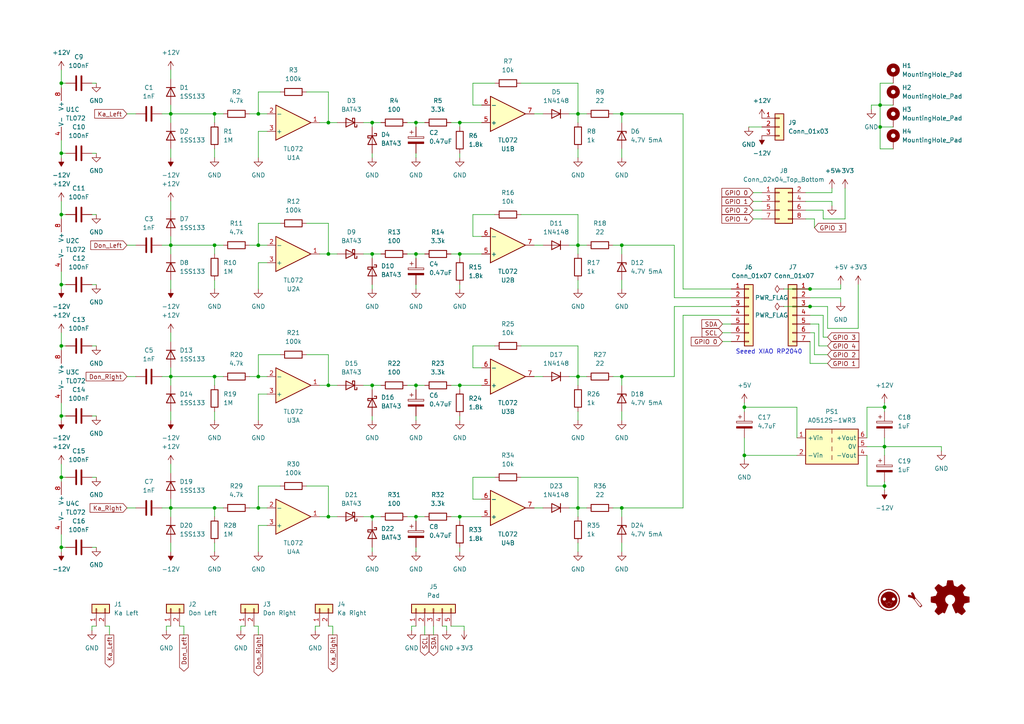
<source format=kicad_sch>
(kicad_sch (version 20230409) (generator eeschema)
  (paper "A4")
  (title_block (title "DonCon2040") (date "2023-06-19") (rev "2") (company "ravinrabbid"))
  (junction (at 120.65 35.56))
  (junction (at 133.35 35.56))
  (junction (at 234.95 83.82))
  (junction (at 17.78 100.33))
  (junction (at 255.27 36.83))
  (junction (at 17.78 138.43))
  (junction (at 62.23 71.12))
  (junction (at 256.54 140.97))
  (junction (at 180.34 147.32))
  (junction (at 95.25 35.56))
  (junction (at 49.53 109.22))
  (junction (at 17.78 62.23))
  (junction (at 120.65 111.76))
  (junction (at 17.78 44.45))
  (junction (at 74.93 109.22))
  (junction (at 234.95 88.9))
  (junction (at 167.64 147.32))
  (junction (at 95.25 73.66))
  (junction (at 107.95 149.86))
  (junction (at 74.93 71.12))
  (junction (at 180.34 109.22))
  (junction (at 49.53 147.32))
  (junction (at 107.95 35.56))
  (junction (at 133.35 111.76))
  (junction (at 74.93 33.02))
  (junction (at 62.23 147.32))
  (junction (at 215.9 132.08))
  (junction (at 107.95 111.76))
  (junction (at 180.34 71.12))
  (junction (at 167.64 71.12))
  (junction (at 62.23 33.02))
  (junction (at 133.35 149.86))
  (junction (at 120.65 149.86))
  (junction (at 167.64 33.02))
  (junction (at 62.23 109.22))
  (junction (at 74.93 147.32))
  (junction (at 256.54 129.54))
  (junction (at 133.35 73.66))
  (junction (at 17.78 24.13))
  (junction (at 49.53 33.02))
  (junction (at 215.9 118.11))
  (junction (at 95.25 111.76))
  (junction (at 17.78 158.75))
  (junction (at 17.78 120.65))
  (junction (at 120.65 73.66))
  (junction (at 255.27 30.48))
  (junction (at 167.64 109.22))
  (junction (at 107.95 73.66))
  (junction (at 95.25 149.86))
  (junction (at 180.34 33.02))
  (junction (at 17.78 82.55))
  (junction (at 256.54 118.11))
  (junction (at 49.53 71.12))
  (wire (pts (xy 107.95 35.56) (xy 110.49 35.56)))
  (wire (pts (xy 251.46 129.54) (xy 256.54 129.54)))
  (wire (pts (xy 92.71 73.66) (xy 95.25 73.66)))
  (wire (pts (xy 151.13 24.13) (xy 167.64 24.13)))
  (wire (pts (xy 69.85 181.61) (xy 71.12 181.61)))
  (wire (pts (xy 234.95 93.98) (xy 237.49 93.98)))
  (wire (pts (xy 227.33 88.9) (xy 234.95 88.9)))
  (wire (pts (xy 49.53 71.12) (xy 49.53 73.66)))
  (wire (pts (xy 240.03 95.25) (xy 248.92 95.25)))
  (wire (pts (xy 26.67 82.55) (xy 27.94 82.55)))
  (wire (pts (xy 17.78 100.33) (xy 17.78 101.6)))
  (wire (pts (xy 167.64 109.22) (xy 165.1 109.22)))
  (wire (pts (xy 81.28 26.67) (xy 74.93 26.67)))
  (wire (pts (xy 49.53 147.32) (xy 62.23 147.32)))
  (wire (pts (xy 167.64 33.02) (xy 165.1 33.02)))
  (wire (pts (xy 180.34 119.38) (xy 180.34 121.92)))
  (wire (pts (xy 46.99 33.02) (xy 49.53 33.02)))
  (wire (pts (xy 107.95 111.76) (xy 110.49 111.76)))
  (wire (pts (xy 95.25 102.87) (xy 88.9 102.87)))
  (wire (pts (xy 26.67 24.13) (xy 27.94 24.13)))
  (wire (pts (xy 120.65 35.56) (xy 123.19 35.56)))
  (wire (pts (xy 234.95 99.06) (xy 234.95 105.41)))
  (wire (pts (xy 167.64 33.02) (xy 170.18 33.02)))
  (wire (pts (xy 233.68 58.42) (xy 241.3 58.42)))
  (wire (pts (xy 72.39 147.32) (xy 74.93 147.32)))
  (wire (pts (xy 17.78 138.43) (xy 19.05 138.43)))
  (wire (pts (xy 17.78 96.52) (xy 17.78 100.33)))
  (wire (pts (xy 233.68 55.88) (xy 241.3 55.88)))
  (wire (pts (xy 198.12 83.82) (xy 212.09 83.82)))
  (wire (pts (xy 49.53 147.32) (xy 49.53 149.86)))
  (wire (pts (xy 95.25 140.97) (xy 88.9 140.97)))
  (wire (pts (xy 256.54 118.11) (xy 256.54 119.38)))
  (wire (pts (xy 74.93 76.2) (xy 74.93 83.82)))
  (wire (pts (xy 198.12 33.02) (xy 198.12 83.82)))
  (wire (pts (xy 49.53 109.22) (xy 49.53 111.76)))
  (wire (pts (xy 36.83 109.22) (xy 39.37 109.22)))
  (wire (pts (xy 120.65 82.55) (xy 120.65 83.82)))
  (wire (pts (xy 167.64 147.32) (xy 165.1 147.32)))
  (wire (pts (xy 74.93 114.3) (xy 77.47 114.3)))
  (wire (pts (xy 107.95 73.66) (xy 110.49 73.66)))
  (wire (pts (xy 167.64 100.33) (xy 167.64 109.22)))
  (wire (pts (xy 251.46 132.08) (xy 251.46 140.97)))
  (wire (pts (xy 251.46 118.11) (xy 256.54 118.11)))
  (wire (pts (xy 26.67 158.75) (xy 27.94 158.75)))
  (wire (pts (xy 256.54 129.54) (xy 273.05 129.54)))
  (wire (pts (xy 195.58 71.12) (xy 195.58 86.36)))
  (wire (pts (xy 215.9 116.84) (xy 215.9 118.11)))
  (wire (pts (xy 120.65 35.56) (xy 120.65 36.83)))
  (wire (pts (xy 49.53 119.38) (xy 49.53 121.92)))
  (wire (pts (xy 72.39 33.02) (xy 74.93 33.02)))
  (wire (pts (xy 17.78 154.94) (xy 17.78 158.75)))
  (wire (pts (xy 133.35 149.86) (xy 133.35 151.13)))
  (wire (pts (xy 215.9 118.11) (xy 231.14 118.11)))
  (wire (pts (xy 62.23 71.12) (xy 62.23 73.66)))
  (wire (pts (xy 107.95 158.75) (xy 107.95 160.02)))
  (wire (pts (xy 137.16 100.33) (xy 137.16 106.68)))
  (wire (pts (xy 123.19 181.61) (xy 123.19 184.15)))
  (wire (pts (xy 26.67 182.88) (xy 26.67 181.61)))
  (wire (pts (xy 227.33 83.82) (xy 234.95 83.82)))
  (wire (pts (xy 95.25 35.56) (xy 97.79 35.56)))
  (wire (pts (xy 195.58 109.22) (xy 195.58 88.9)))
  (wire (pts (xy 74.93 64.77) (xy 74.93 71.12)))
  (wire (pts (xy 241.3 54.61) (xy 241.3 55.88)))
  (wire (pts (xy 74.93 76.2) (xy 77.47 76.2)))
  (wire (pts (xy 273.05 129.54) (xy 273.05 130.81)))
  (wire (pts (xy 120.65 149.86) (xy 123.19 149.86)))
  (wire (pts (xy 180.34 81.28) (xy 180.34 83.82)))
  (wire (pts (xy 48.26 181.61) (xy 49.53 181.61)))
  (wire (pts (xy 167.64 71.12) (xy 167.64 73.66)))
  (wire (pts (xy 95.25 73.66) (xy 95.25 64.77)))
  (wire (pts (xy 180.34 147.32) (xy 198.12 147.32)))
  (wire (pts (xy 167.64 138.43) (xy 167.64 147.32)))
  (wire (pts (xy 48.26 182.88) (xy 48.26 181.61)))
  (wire (pts (xy 215.9 132.08) (xy 231.14 132.08)))
  (wire (pts (xy 133.35 73.66) (xy 139.7 73.66)))
  (wire (pts (xy 81.28 102.87) (xy 74.93 102.87)))
  (wire (pts (xy 137.16 30.48) (xy 139.7 30.48)))
  (wire (pts (xy 74.93 184.15) (xy 74.93 181.61)))
  (wire (pts (xy 53.34 181.61) (xy 52.07 181.61)))
  (wire (pts (xy 120.65 73.66) (xy 123.19 73.66)))
  (wire (pts (xy 234.95 96.52) (xy 236.22 96.52)))
  (wire (pts (xy 17.78 100.33) (xy 19.05 100.33)))
  (wire (pts (xy 49.53 134.62) (xy 49.53 137.16)))
  (wire (pts (xy 133.35 35.56) (xy 133.35 36.83)))
  (wire (pts (xy 154.94 147.32) (xy 157.48 147.32)))
  (wire (pts (xy 74.93 38.1) (xy 74.93 45.72)))
  (wire (pts (xy 195.58 86.36) (xy 212.09 86.36)))
  (wire (pts (xy 17.78 116.84) (xy 17.78 120.65)))
  (wire (pts (xy 133.35 149.86) (xy 139.7 149.86)))
  (wire (pts (xy 62.23 43.18) (xy 62.23 45.72)))
  (wire (pts (xy 215.9 127) (xy 215.9 132.08)))
  (wire (pts (xy 177.8 33.02) (xy 180.34 33.02)))
  (wire (pts (xy 137.16 106.68) (xy 139.7 106.68)))
  (wire (pts (xy 134.62 181.61) (xy 130.81 181.61)))
  (wire (pts (xy 91.44 181.61) (xy 92.71 181.61)))
  (wire (pts (xy 120.65 73.66) (xy 120.65 74.93)))
  (wire (pts (xy 17.78 20.32) (xy 17.78 24.13)))
  (wire (pts (xy 234.95 105.41) (xy 240.03 105.41)))
  (wire (pts (xy 255.27 36.83) (xy 255.27 43.18)))
  (wire (pts (xy 133.35 111.76) (xy 133.35 113.03)))
  (wire (pts (xy 49.53 33.02) (xy 49.53 35.56)))
  (wire (pts (xy 133.35 73.66) (xy 133.35 74.93)))
  (wire (pts (xy 36.83 71.12) (xy 39.37 71.12)))
  (wire (pts (xy 74.93 38.1) (xy 77.47 38.1)))
  (wire (pts (xy 130.81 35.56) (xy 133.35 35.56)))
  (wire (pts (xy 74.93 140.97) (xy 74.93 147.32)))
  (wire (pts (xy 143.51 138.43) (xy 137.16 138.43)))
  (wire (pts (xy 69.85 182.88) (xy 69.85 181.61)))
  (wire (pts (xy 252.73 30.48) (xy 252.73 31.75)))
  (wire (pts (xy 105.41 149.86) (xy 107.95 149.86)))
  (wire (pts (xy 167.64 119.38) (xy 167.64 121.92)))
  (wire (pts (xy 95.25 111.76) (xy 97.79 111.76)))
  (wire (pts (xy 120.65 44.45) (xy 120.65 45.72)))
  (wire (pts (xy 72.39 109.22) (xy 74.93 109.22)))
  (wire (pts (xy 17.78 40.64) (xy 17.78 44.45)))
  (wire (pts (xy 180.34 157.48) (xy 180.34 160.02)))
  (wire (pts (xy 151.13 138.43) (xy 167.64 138.43)))
  (wire (pts (xy 26.67 181.61) (xy 27.94 181.61)))
  (wire (pts (xy 245.11 63.5) (xy 245.11 54.61)))
  (wire (pts (xy 62.23 109.22) (xy 62.23 111.76)))
  (wire (pts (xy 17.78 44.45) (xy 19.05 44.45)))
  (wire (pts (xy 238.76 60.96) (xy 238.76 63.5)))
  (wire (pts (xy 17.78 138.43) (xy 17.78 139.7)))
  (wire (pts (xy 49.53 68.58) (xy 49.53 71.12)))
  (wire (pts (xy 95.25 26.67) (xy 88.9 26.67)))
  (wire (pts (xy 218.44 55.88) (xy 220.98 55.88)))
  (wire (pts (xy 26.67 138.43) (xy 27.94 138.43)))
  (wire (pts (xy 231.14 118.11) (xy 231.14 127)))
  (wire (pts (xy 137.16 62.23) (xy 137.16 68.58)))
  (wire (pts (xy 167.64 109.22) (xy 167.64 111.76)))
  (wire (pts (xy 107.95 73.66) (xy 107.95 74.93)))
  (wire (pts (xy 177.8 147.32) (xy 180.34 147.32)))
  (wire (pts (xy 240.03 88.9) (xy 240.03 95.25)))
  (wire (pts (xy 218.44 63.5) (xy 220.98 63.5)))
  (wire (pts (xy 180.34 147.32) (xy 180.34 149.86)))
  (wire (pts (xy 81.28 64.77) (xy 74.93 64.77)))
  (wire (pts (xy 26.67 100.33) (xy 27.94 100.33)))
  (wire (pts (xy 251.46 127) (xy 251.46 118.11)))
  (wire (pts (xy 36.83 147.32) (xy 39.37 147.32)))
  (wire (pts (xy 134.62 181.61) (xy 134.62 182.88)))
  (wire (pts (xy 233.68 60.96) (xy 238.76 60.96)))
  (wire (pts (xy 233.68 63.5) (xy 236.22 63.5)))
  (wire (pts (xy 74.93 33.02) (xy 77.47 33.02)))
  (wire (pts (xy 74.93 102.87) (xy 74.93 109.22)))
  (wire (pts (xy 107.95 149.86) (xy 107.95 151.13)))
  (wire (pts (xy 137.16 138.43) (xy 137.16 144.78)))
  (wire (pts (xy 133.35 35.56) (xy 139.7 35.56)))
  (wire (pts (xy 107.95 82.55) (xy 107.95 83.82)))
  (wire (pts (xy 95.25 149.86) (xy 95.25 140.97)))
  (wire (pts (xy 49.53 144.78) (xy 49.53 147.32)))
  (wire (pts (xy 36.83 33.02) (xy 39.37 33.02)))
  (wire (pts (xy 62.23 157.48) (xy 62.23 160.02)))
  (wire (pts (xy 81.28 140.97) (xy 74.93 140.97)))
  (wire (pts (xy 167.64 157.48) (xy 167.64 160.02)))
  (wire (pts (xy 62.23 33.02) (xy 49.53 33.02)))
  (wire (pts (xy 49.53 58.42) (xy 49.53 60.96)))
  (wire (pts (xy 128.27 181.61) (xy 129.54 181.61)))
  (wire (pts (xy 107.95 111.76) (xy 107.95 113.03)))
  (wire (pts (xy 238.76 97.79) (xy 240.03 97.79)))
  (wire (pts (xy 236.22 102.87) (xy 240.03 102.87)))
  (wire (pts (xy 180.34 43.18) (xy 180.34 45.72)))
  (wire (pts (xy 237.49 93.98) (xy 237.49 100.33)))
  (wire (pts (xy 238.76 63.5) (xy 245.11 63.5)))
  (wire (pts (xy 129.54 181.61) (xy 129.54 182.88)))
  (wire (pts (xy 167.64 24.13) (xy 167.64 33.02)))
  (wire (pts (xy 17.78 158.75) (xy 17.78 160.02)))
  (wire (pts (xy 255.27 43.18) (xy 259.08 43.18)))
  (wire (pts (xy 234.95 86.36) (xy 243.84 86.36)))
  (wire (pts (xy 49.53 81.28) (xy 49.53 83.82)))
  (wire (pts (xy 17.78 134.62) (xy 17.78 138.43)))
  (wire (pts (xy 46.99 147.32) (xy 49.53 147.32)))
  (wire (pts (xy 151.13 100.33) (xy 167.64 100.33)))
  (wire (pts (xy 64.77 109.22) (xy 62.23 109.22)))
  (wire (pts (xy 62.23 109.22) (xy 49.53 109.22)))
  (wire (pts (xy 133.35 82.55) (xy 133.35 83.82)))
  (wire (pts (xy 31.75 181.61) (xy 30.48 181.61)))
  (wire (pts (xy 74.93 114.3) (xy 74.93 121.92)))
  (wire (pts (xy 17.78 78.74) (xy 17.78 82.55)))
  (wire (pts (xy 96.52 184.15) (xy 96.52 181.61)))
  (wire (pts (xy 118.11 35.56) (xy 120.65 35.56)))
  (wire (pts (xy 130.81 149.86) (xy 133.35 149.86)))
  (wire (pts (xy 107.95 120.65) (xy 107.95 121.92)))
  (wire (pts (xy 256.54 129.54) (xy 256.54 132.08)))
  (wire (pts (xy 236.22 63.5) (xy 236.22 66.04)))
  (wire (pts (xy 237.49 100.33) (xy 240.03 100.33)))
  (wire (pts (xy 118.11 111.76) (xy 120.65 111.76)))
  (wire (pts (xy 105.41 111.76) (xy 107.95 111.76)))
  (wire (pts (xy 107.95 149.86) (xy 110.49 149.86)))
  (wire (pts (xy 26.67 62.23) (xy 27.94 62.23)))
  (wire (pts (xy 167.64 81.28) (xy 167.64 83.82)))
  (wire (pts (xy 133.35 158.75) (xy 133.35 160.02)))
  (wire (pts (xy 248.92 95.25) (xy 248.92 82.55)))
  (wire (pts (xy 92.71 111.76) (xy 95.25 111.76)))
  (wire (pts (xy 26.67 120.65) (xy 27.94 120.65)))
  (wire (pts (xy 17.78 62.23) (xy 19.05 62.23)))
  (wire (pts (xy 120.65 111.76) (xy 120.65 113.03)))
  (wire (pts (xy 49.53 157.48) (xy 49.53 160.02)))
  (wire (pts (xy 252.73 30.48) (xy 255.27 30.48)))
  (wire (pts (xy 62.23 147.32) (xy 62.23 149.86)))
  (wire (pts (xy 167.64 109.22) (xy 170.18 109.22)))
  (wire (pts (xy 17.78 58.42) (xy 17.78 62.23)))
  (wire (pts (xy 234.95 83.82) (xy 243.84 83.82)))
  (wire (pts (xy 96.52 181.61) (xy 95.25 181.61)))
  (wire (pts (xy 17.78 44.45) (xy 17.78 45.72)))
  (wire (pts (xy 154.94 71.12) (xy 157.48 71.12)))
  (wire (pts (xy 133.35 44.45) (xy 133.35 45.72)))
  (wire (pts (xy 74.93 71.12) (xy 77.47 71.12)))
  (wire (pts (xy 256.54 140.97) (xy 256.54 142.24)))
  (wire (pts (xy 120.65 158.75) (xy 120.65 160.02)))
  (wire (pts (xy 49.53 20.32) (xy 49.53 22.86)))
  (wire (pts (xy 120.65 120.65) (xy 120.65 121.92)))
  (wire (pts (xy 255.27 36.83) (xy 259.08 36.83)))
  (wire (pts (xy 62.23 119.38) (xy 62.23 121.92)))
  (wire (pts (xy 17.78 82.55) (xy 19.05 82.55)))
  (wire (pts (xy 154.94 33.02) (xy 157.48 33.02)))
  (wire (pts (xy 46.99 109.22) (xy 49.53 109.22)))
  (wire (pts (xy 119.38 181.61) (xy 119.38 182.88)))
  (wire (pts (xy 259.08 30.48) (xy 255.27 30.48)))
  (wire (pts (xy 74.93 152.4) (xy 77.47 152.4)))
  (wire (pts (xy 95.25 111.76) (xy 95.25 102.87)))
  (wire (pts (xy 72.39 71.12) (xy 74.93 71.12)))
  (wire (pts (xy 243.84 83.82) (xy 243.84 82.55)))
  (wire (pts (xy 243.84 86.36) (xy 243.84 87.63)))
  (wire (pts (xy 49.53 96.52) (xy 49.53 99.06)))
  (wire (pts (xy 105.41 35.56) (xy 107.95 35.56)))
  (wire (pts (xy 91.44 182.88) (xy 91.44 181.61)))
  (wire (pts (xy 255.27 30.48) (xy 255.27 36.83)))
  (wire (pts (xy 17.78 82.55) (xy 17.78 83.82)))
  (wire (pts (xy 130.81 111.76) (xy 133.35 111.76)))
  (wire (pts (xy 212.09 96.52) (xy 209.55 96.52)))
  (wire (pts (xy 74.93 181.61) (xy 73.66 181.61)))
  (wire (pts (xy 143.51 62.23) (xy 137.16 62.23)))
  (wire (pts (xy 177.8 109.22) (xy 180.34 109.22)))
  (wire (pts (xy 17.78 24.13) (xy 17.78 25.4)))
  (wire (pts (xy 209.55 99.06) (xy 212.09 99.06)))
  (wire (pts (xy 167.64 71.12) (xy 170.18 71.12)))
  (wire (pts (xy 92.71 149.86) (xy 95.25 149.86)))
  (wire (pts (xy 95.25 149.86) (xy 97.79 149.86)))
  (wire (pts (xy 74.93 147.32) (xy 77.47 147.32)))
  (wire (pts (xy 125.73 181.61) (xy 125.73 184.15)))
  (wire (pts (xy 180.34 71.12) (xy 180.34 73.66)))
  (wire (pts (xy 46.99 71.12) (xy 49.53 71.12)))
  (wire (pts (xy 17.78 24.13) (xy 19.05 24.13)))
  (wire (pts (xy 74.93 109.22) (xy 77.47 109.22)))
  (wire (pts (xy 17.78 62.23) (xy 17.78 63.5)))
  (wire (pts (xy 180.34 33.02) (xy 180.34 35.56)))
  (wire (pts (xy 49.53 43.18) (xy 49.53 45.72)))
  (wire (pts (xy 256.54 116.84) (xy 256.54 118.11)))
  (wire (pts (xy 120.65 181.61) (xy 119.38 181.61)))
  (wire (pts (xy 107.95 35.56) (xy 107.95 36.83)))
  (wire (pts (xy 120.65 149.86) (xy 120.65 151.13)))
  (wire (pts (xy 17.78 120.65) (xy 19.05 120.65)))
  (wire (pts (xy 234.95 91.44) (xy 238.76 91.44)))
  (wire (pts (xy 137.16 144.78) (xy 139.7 144.78)))
  (wire (pts (xy 198.12 147.32) (xy 198.12 91.44)))
  (wire (pts (xy 167.64 62.23) (xy 167.64 71.12)))
  (wire (pts (xy 151.13 62.23) (xy 167.64 62.23)))
  (wire (pts (xy 120.65 111.76) (xy 123.19 111.76)))
  (wire (pts (xy 95.25 35.56) (xy 95.25 26.67)))
  (wire (pts (xy 215.9 133.35) (xy 215.9 132.08)))
  (wire (pts (xy 95.25 73.66) (xy 97.79 73.66)))
  (wire (pts (xy 133.35 111.76) (xy 139.7 111.76)))
  (wire (pts (xy 74.93 26.67) (xy 74.93 33.02)))
  (wire (pts (xy 74.93 152.4) (xy 74.93 160.02)))
  (wire (pts (xy 238.76 91.44) (xy 238.76 97.79)))
  (wire (pts (xy 49.53 30.48) (xy 49.53 33.02)))
  (wire (pts (xy 130.81 73.66) (xy 133.35 73.66)))
  (wire (pts (xy 167.64 147.32) (xy 167.64 149.86)))
  (wire (pts (xy 218.44 60.96) (xy 220.98 60.96)))
  (wire (pts (xy 218.44 58.42) (xy 220.98 58.42)))
  (wire (pts (xy 167.64 43.18) (xy 167.64 45.72)))
  (wire (pts (xy 177.8 71.12) (xy 180.34 71.12)))
  (wire (pts (xy 256.54 140.97) (xy 256.54 139.7)))
  (wire (pts (xy 62.23 71.12) (xy 49.53 71.12)))
  (wire (pts (xy 133.35 120.65) (xy 133.35 121.92)))
  (wire (pts (xy 64.77 33.02) (xy 62.23 33.02)))
  (wire (pts (xy 137.16 24.13) (xy 137.16 30.48)))
  (wire (pts (xy 251.46 140.97) (xy 256.54 140.97)))
  (wire (pts (xy 64.77 71.12) (xy 62.23 71.12)))
  (wire (pts (xy 255.27 24.13) (xy 259.08 24.13)))
  (wire (pts (xy 17.78 120.65) (xy 17.78 121.92)))
  (wire (pts (xy 95.25 64.77) (xy 88.9 64.77)))
  (wire (pts (xy 53.34 184.15) (xy 53.34 181.61)))
  (wire (pts (xy 105.41 73.66) (xy 107.95 73.66)))
  (wire (pts (xy 255.27 30.48) (xy 255.27 24.13)))
  (wire (pts (xy 143.51 100.33) (xy 137.16 100.33)))
  (wire (pts (xy 198.12 91.44) (xy 212.09 91.44)))
  (wire (pts (xy 26.67 44.45) (xy 27.94 44.45)))
  (wire (pts (xy 167.64 71.12) (xy 165.1 71.12)))
  (wire (pts (xy 31.75 184.15) (xy 31.75 181.61)))
  (wire (pts (xy 217.17 36.83) (xy 220.98 36.83)))
  (wire (pts (xy 209.55 93.98) (xy 212.09 93.98)))
  (wire (pts (xy 241.3 58.42) (xy 241.3 59.69)))
  (wire (pts (xy 154.94 109.22) (xy 157.48 109.22)))
  (wire (pts (xy 107.95 44.45) (xy 107.95 45.72)))
  (wire (pts (xy 167.64 33.02) (xy 167.64 35.56)))
  (wire (pts (xy 167.64 147.32) (xy 170.18 147.32)))
  (wire (pts (xy 62.23 33.02) (xy 62.23 35.56)))
  (wire (pts (xy 215.9 118.11) (xy 215.9 119.38)))
  (wire (pts (xy 118.11 149.86) (xy 120.65 149.86)))
  (wire (pts (xy 17.78 158.75) (xy 19.05 158.75)))
  (wire (pts (xy 92.71 35.56) (xy 95.25 35.56)))
  (wire (pts (xy 64.77 147.32) (xy 62.23 147.32)))
  (wire (pts (xy 180.34 109.22) (xy 180.34 111.76)))
  (wire (pts (xy 137.16 68.58) (xy 139.7 68.58)))
  (wire (pts (xy 180.34 71.12) (xy 195.58 71.12)))
  (wire (pts (xy 234.95 88.9) (xy 240.03 88.9)))
  (wire (pts (xy 143.51 24.13) (xy 137.16 24.13)))
  (wire (pts (xy 118.11 73.66) (xy 120.65 73.66)))
  (wire (pts (xy 62.23 81.28) (xy 62.23 83.82)))
  (wire (pts (xy 49.53 106.68) (xy 49.53 109.22)))
  (wire (pts (xy 180.34 109.22) (xy 195.58 109.22)))
  (wire (pts (xy 180.34 33.02) (xy 198.12 33.02)))
  (wire (pts (xy 256.54 127) (xy 256.54 129.54)))
  (wire (pts (xy 236.22 96.52) (xy 236.22 102.87)))
  (wire (pts (xy 195.58 88.9) (xy 212.09 88.9)))
  (text "Seeed XIAO RP2040" (exclude_from_sim yes) (at 213.36 102.87 0) (effects (font (size 1.27 1.27)) (justify left bottom)))
  (global_label "Don_Right" (shape output) (at 74.93 184.15 270) (property "Intersheetrefs" "${INTERSHEET_REFS}" (effects hide)))
  (global_label "GPIO 4" (shape input) (at 240.03 100.33 0) (property "Intersheetrefs" "${INTERSHEET_REFS}" (effects hide)))
  (global_label "SDA" (shape input) (at 209.55 93.98 180) (property "Intersheetrefs" "${INTERSHEET_REFS}" (effects hide)))
  (global_label "Don_Left" (shape output) (at 53.34 184.15 270) (property "Intersheetrefs" "${INTERSHEET_REFS}" (effects hide)))
  (global_label "GPIO 4" (shape input) (at 218.44 63.5 180) (property "Intersheetrefs" "${INTERSHEET_REFS}" (effects hide)))
  (global_label "Ka_Right" (shape input) (at 36.83 147.32 180) (property "Intersheetrefs" "${INTERSHEET_REFS}" (effects hide)))
  (global_label "Ka_Right" (shape output) (at 96.52 184.15 270) (property "Intersheetrefs" "${INTERSHEET_REFS}" (effects hide)))
  (global_label "GPIO 2" (shape input) (at 240.03 102.87 0) (property "Intersheetrefs" "${INTERSHEET_REFS}" (effects hide)))
  (global_label "GPIO 3" (shape input) (at 236.22 66.04 0) (property "Intersheetrefs" "${INTERSHEET_REFS}" (effects hide)))
  (global_label "Don_Left" (shape input) (at 36.83 71.12 180) (property "Intersheetrefs" "${INTERSHEET_REFS}" (effects hide)))
  (global_label "GPIO 1" (shape input) (at 218.44 58.42 180) (property "Intersheetrefs" "${INTERSHEET_REFS}" (effects hide)))
  (global_label "Ka_Left" (shape output) (at 31.75 184.15 270) (property "Intersheetrefs" "${INTERSHEET_REFS}" (effects hide)))
  (global_label "SDA" (shape output) (at 125.73 184.15 270) (property "Intersheetrefs" "${INTERSHEET_REFS}" (effects hide)))
  (global_label "GPIO 0" (shape input) (at 218.44 55.88 180) (property "Intersheetrefs" "${INTERSHEET_REFS}" (effects hide)))
  (global_label "GPIO 0" (shape input) (at 209.55 99.06 180) (property "Intersheetrefs" "${INTERSHEET_REFS}" (effects hide)))
  (global_label "GPIO 2" (shape input) (at 218.44 60.96 180) (property "Intersheetrefs" "${INTERSHEET_REFS}" (effects hide)))
  (global_label "Ka_Left" (shape input) (at 36.83 33.02 180) (property "Intersheetrefs" "${INTERSHEET_REFS}" (effects hide)))
  (global_label "SCL" (shape input) (at 209.55 96.52 180) (property "Intersheetrefs" "${INTERSHEET_REFS}" (effects hide)))
  (global_label "GPIO 3" (shape input) (at 240.03 97.79 0) (property "Intersheetrefs" "${INTERSHEET_REFS}" (effects hide)))
  (global_label "SCL" (shape output) (at 123.19 184.15 270) (property "Intersheetrefs" "${INTERSHEET_REFS}" (effects hide)))
  (global_label "Don_Right" (shape input) (at 36.83 109.22 180) (property "Intersheetrefs" "${INTERSHEET_REFS}" (effects hide)))
  (global_label "GPIO 1" (shape input) (at 240.03 105.41 0) (property "Intersheetrefs" "${INTERSHEET_REFS}" (effects hide)))
  (symbol (lib_id "power:GND") (at 180.34 83.82 0) (unit 1)
    (property "Reference" "#PWR022" (effects hide))
    (property "Value" "GND" (at 180.34 88.9 0))
  )
  (symbol (lib_id "Diode:1N4148") (at 49.53 102.87 270) (unit 1)
    (property "Reference" "D13" (at 52.07 101.6 90) (effects (justify left)))
    (property "Value" "1SS133" (at 52.07 104.14 90) (effects (justify left)))
    (property "Footprint" "Diode_THT:D_DO-35_SOD27_P7.62mm_Horizontal" (effects hide))
    (property "Datasheet" "https://assets.nexperia.com/documents/data-sheet/1N4148_1N4448.pdf" (effects hide))
    (property "Sim.Device" "D" (effects hide))
    (property "Sim.Pins" "1=K 2=A" (effects hide))
  )
  (symbol (lib_id "power:GND") (at 243.84 87.63 0) (unit 1)
    (property "Reference" "#PWR061" (effects hide))
    (property "Value" "GND" (at 243.84 92.71 0))
  )
  (symbol (lib_id "Mechanical:MountingHole_Pad") (at 259.08 27.94 0) (unit 1)
    (property "Reference" "H2" (at 261.62 25.4 0) (effects (justify left)))
    (property "Value" "MountingHole_Pad" (at 261.62 27.94 0) (effects (justify left)))
    (property "Footprint" "MountingHole:MountingHole_4.5mm_Pad_TopOnly" (effects hide))
  )
  (symbol (lib_id "Device:R") (at 167.64 39.37 180) (unit 1)
    (property "Reference" "R8" (at 170.18 38.1 0) (effects (justify right)))
    (property "Value" "1k" (at 170.18 40.64 0) (effects (justify right)))
    (property "Footprint" "Resistor_THT:R_Axial_DIN0207_L6.3mm_D2.5mm_P7.62mm_Horizontal" (effects hide))
  )
  (symbol (lib_id "power:GND") (at 180.34 45.72 0) (unit 1)
    (property "Reference" "#PWR011" (effects hide))
    (property "Value" "GND" (at 180.34 50.8 0))
  )
  (symbol (lib_id "power:GND") (at 215.9 133.35 0) (unit 1)
    (property "Reference" "#PWR064" (effects hide))
    (property "Value" "GND" (at 215.9 138.43 0))
  )
  (symbol (lib_id "power:PWR_FLAG") (at 227.33 83.82 90) (unit 1)
    (property "Reference" "#FLG01" (effects hide))
    (property "Value" "PWR_FLAG" (at 228.6 86.36 90) (effects (justify left)))
  )
  (symbol (lib_id "CustomLogos:Leek") (at 265.43 173.99 0) (unit 1) (in_bom no) (on_board no)
    (property "Reference" "#SYM3" (effects hide))
    (property "Value" "Leek" (effects hide))
    (property "Sim.Enable" "0" (effects hide))
  )
  (symbol (lib_id "power:+12V") (at 49.53 96.52 0) (unit 1)
    (property "Reference" "#PWR025" (effects hide))
    (property "Value" "+12V" (at 49.53 91.44 0))
  )
  (symbol (lib_id "power:GND") (at 120.65 83.82 0) (unit 1)
    (property "Reference" "#PWR019" (effects hide))
    (property "Value" "GND" (at 120.65 88.9 0))
  )
  (symbol (lib_id "power:+3V3") (at 134.62 182.88 180) (unit 1)
    (property "Reference" "#PWR058" (effects hide))
    (property "Value" "+3V3" (at 134.62 187.96 0))
  )
  (symbol (lib_id "power:GND") (at 69.85 182.88 0) (unit 1)
    (property "Reference" "#PWR055" (effects hide))
    (property "Value" "GND" (at 69.85 187.96 0))
  )
  (symbol (lib_id "power:+5V") (at 215.9 116.84 0) (unit 1)
    (property "Reference" "#PWR062" (effects hide))
    (property "Value" "+5V" (at 215.9 111.76 0))
  )
  (symbol (lib_id "Device:R") (at 85.09 26.67 90) (unit 1)
    (property "Reference" "R3" (at 85.09 20.32 90))
    (property "Value" "100k" (at 85.09 22.86 90))
    (property "Footprint" "Resistor_THT:R_Axial_DIN0207_L6.3mm_D2.5mm_P7.62mm_Horizontal" (effects hide))
  )
  (symbol (lib_id "Amplifier_Operational:TL072") (at 147.32 109.22 0) (mirror x) (unit 2)
    (property "Reference" "U3" (at 147.32 119.38 0))
    (property "Value" "TL072" (at 147.32 116.84 0))
    (property "Footprint" "Package_DIP:DIP-8_W7.62mm_Socket" (effects hide))
    (property "Datasheet" "http://www.ti.com/lit/ds/symlink/tl071.pdf" (effects hide))
  )
  (symbol (lib_id "Converter_DCDC:IA0512S") (at 241.3 129.54 0) (unit 1)
    (property "Reference" "PS1" (at 241.3 119.38 0))
    (property "Value" "A0512S-1WR3" (at 241.3 121.92 0))
    (property "Footprint" "Converter_DCDC:Converter_DCDC_XP_POWER-IAxxxxS_THT" (effects hide))
    (property "Datasheet" "https://www.xppower.com/pdfs/SF_IA.pdf" (effects hide))
  )
  (symbol (lib_id "Device:R") (at 173.99 109.22 270) (unit 1)
    (property "Reference" "R27" (at 173.99 102.87 90))
    (property "Value" "22" (at 173.99 105.41 90))
    (property "Footprint" "Resistor_THT:R_Axial_DIN0207_L6.3mm_D2.5mm_P7.62mm_Horizontal" (effects hide))
  )
  (symbol (lib_id "Amplifier_Operational:TL072") (at 147.32 71.12 0) (mirror x) (unit 2)
    (property "Reference" "U2" (at 147.32 81.28 0))
    (property "Value" "TL072" (at 147.32 78.74 0))
    (property "Footprint" "Package_DIP:DIP-8_W7.62mm_Socket" (effects hide))
    (property "Datasheet" "http://www.ti.com/lit/ds/symlink/tl071.pdf" (effects hide))
  )
  (symbol (lib_id "power:GND") (at 133.35 121.92 0) (unit 1)
    (property "Reference" "#PWR031" (effects hide))
    (property "Value" "GND" (at 133.35 127 0))
  )
  (symbol (lib_id "Diode:1N4148") (at 49.53 77.47 270) (unit 1)
    (property "Reference" "D8" (at 52.07 76.2 90) (effects (justify left)))
    (property "Value" "1SS133" (at 52.07 78.74 90) (effects (justify left)))
    (property "Footprint" "Diode_THT:D_DO-35_SOD27_P7.62mm_Horizontal" (effects hide))
    (property "Datasheet" "https://assets.nexperia.com/documents/data-sheet/1N4148_1N4448.pdf" (effects hide))
    (property "Sim.Device" "D" (effects hide))
    (property "Sim.Pins" "1=K 2=A" (effects hide))
  )
  (symbol (lib_id "Connector_Generic:Conn_01x03") (at 226.06 36.83 0) (unit 1)
    (property "Reference" "J9" (at 228.6 35.56 0) (effects (justify left)))
    (property "Value" "Conn_01x03" (at 228.6 38.1 0) (effects (justify left)))
    (property "Footprint" "Connector_PinHeader_2.54mm:PinHeader_1x03_P2.54mm_Vertical" (effects hide))
  )
  (symbol (lib_id "Device:R") (at 68.58 71.12 270) (unit 1)
    (property "Reference" "R11" (at 68.58 64.77 90))
    (property "Value" "4.7k" (at 68.58 67.31 90))
    (property "Footprint" "Resistor_THT:R_Axial_DIN0207_L6.3mm_D2.5mm_P7.62mm_Horizontal" (effects hide))
  )
  (symbol (lib_id "power:GND") (at 62.23 160.02 0) (unit 1)
    (property "Reference" "#PWR038" (effects hide))
    (property "Value" "GND" (at 62.23 165.1 0))
  )
  (symbol (lib_id "power:GND") (at 133.35 45.72 0) (unit 1)
    (property "Reference" "#PWR09" (effects hide))
    (property "Value" "GND" (at 133.35 50.8 0))
  )
  (symbol (lib_id "Diode:1N4148") (at 49.53 39.37 270) (unit 1)
    (property "Reference" "D2" (at 52.07 38.1 90) (effects (justify left)))
    (property "Value" "1SS133" (at 52.07 40.64 90) (effects (justify left)))
    (property "Footprint" "Diode_THT:D_DO-35_SOD27_P7.62mm_Horizontal" (effects hide))
    (property "Datasheet" "https://assets.nexperia.com/documents/data-sheet/1N4148_1N4448.pdf" (effects hide))
    (property "Sim.Device" "D" (effects hide))
    (property "Sim.Pins" "1=K 2=A" (effects hide))
  )
  (symbol (lib_id "Device:R") (at 85.09 64.77 90) (unit 1)
    (property "Reference" "R12" (at 85.09 58.42 90))
    (property "Value" "100k" (at 85.09 60.96 90))
    (property "Footprint" "Resistor_THT:R_Axial_DIN0207_L6.3mm_D2.5mm_P7.62mm_Horizontal" (effects hide))
  )
  (symbol (lib_id "Amplifier_Operational:TL072") (at 85.09 149.86 0) (mirror x) (unit 1)
    (property "Reference" "U4" (at 85.09 160.02 0))
    (property "Value" "TL072" (at 85.09 157.48 0))
    (property "Footprint" "Package_DIP:DIP-8_W7.62mm_Socket" (effects hide))
    (property "Datasheet" "http://www.ti.com/lit/ds/symlink/tl071.pdf" (effects hide))
  )
  (symbol (lib_id "power:GND") (at 241.3 59.69 0) (unit 1)
    (property "Reference" "#PWR070" (effects hide))
    (property "Value" "GND" (effects hide))
  )
  (symbol (lib_id "Diode:1N4148") (at 161.29 109.22 180) (unit 1)
    (property "Reference" "D17" (at 161.29 102.87 0))
    (property "Value" "1N4148" (at 161.29 105.41 0))
    (property "Footprint" "Diode_THT:D_DO-35_SOD27_P7.62mm_Horizontal" (effects hide))
    (property "Datasheet" "https://assets.nexperia.com/documents/data-sheet/1N4148_1N4448.pdf" (effects hide))
    (property "Sim.Device" "D" (effects hide))
    (property "Sim.Pins" "1=K 2=A" (effects hide))
  )
  (symbol (lib_id "power:GND") (at 62.23 83.82 0) (unit 1)
    (property "Reference" "#PWR016" (effects hide))
    (property "Value" "GND" (at 62.23 88.9 0))
  )
  (symbol (lib_id "Connector_Generic:Conn_01x07") (at 217.17 91.44 0) (unit 1)
    (property "Reference" "J6" (at 215.9 77.47 0) (effects (justify left)))
    (property "Value" "Conn_01x07" (at 212.09 80.01 0) (effects (justify left)))
    (property "Footprint" "Connector_PinSocket_2.54mm:PinSocket_1x07_P2.54mm_Vertical" (effects hide))
  )
  (symbol (lib_id "Device:C") (at 22.86 100.33 90) (unit 1)
    (property "Reference" "C13" (at 22.86 92.71 90))
    (property "Value" "100nF" (at 22.86 95.25 90))
    (property "Footprint" "Capacitor_THT:C_Disc_D3.8mm_W2.6mm_P2.50mm" (effects hide))
  )
  (symbol (lib_id "Device:R") (at 133.35 40.64 180) (unit 1)
    (property "Reference" "R6" (at 135.89 39.37 0) (effects (justify right)))
    (property "Value" "1.8k" (at 135.89 41.91 0) (effects (justify right)))
    (property "Footprint" "Resistor_THT:R_Axial_DIN0207_L6.3mm_D2.5mm_P7.62mm_Horizontal" (effects hide))
  )
  (symbol (lib_id "power:-12V") (at 49.53 121.92 180) (unit 1)
    (property "Reference" "#PWR026" (effects hide))
    (property "Value" "-12V" (at 49.53 127 0))
  )
  (symbol (lib_id "Device:R") (at 68.58 109.22 270) (unit 1)
    (property "Reference" "R20" (at 68.58 102.87 90))
    (property "Value" "4.7k" (at 68.58 105.41 90))
    (property "Footprint" "Resistor_THT:R_Axial_DIN0207_L6.3mm_D2.5mm_P7.62mm_Horizontal" (effects hide))
  )
  (symbol (lib_id "Device:C_Polarized") (at 256.54 135.89 0) (unit 1)
    (property "Reference" "C19" (at 260.35 133.731 0) (effects (justify left)))
    (property "Value" "1uF" (at 260.35 136.271 0) (effects (justify left)))
    (property "Footprint" "Capacitor_THT:CP_Radial_D5.0mm_P2.00mm" (effects hide))
  )
  (symbol (lib_id "power:GND") (at 120.65 121.92 0) (unit 1)
    (property "Reference" "#PWR030" (effects hide))
    (property "Value" "GND" (at 120.65 127 0))
  )
  (symbol (lib_id "power:GND") (at 74.93 160.02 0) (unit 1)
    (property "Reference" "#PWR039" (effects hide))
    (property "Value" "GND" (at 74.93 165.1 0))
  )
  (symbol (lib_id "power:GND") (at 133.35 160.02 0) (unit 1)
    (property "Reference" "#PWR042" (effects hide))
    (property "Value" "GND" (at 133.35 165.1 0))
  )
  (symbol (lib_id "Connector_Generic:Conn_01x02") (at 71.12 176.53 90) (unit 1)
    (property "Reference" "J3" (at 76.2 175.26 90) (effects (justify right)))
    (property "Value" "Don Right" (at 76.2 177.8 90) (effects (justify right)))
    (property "Footprint" "Connector_JST:JST_PH_S2B-PH-K_1x02_P2.00mm_Horizontal" (effects hide))
  )
  (symbol (lib_id "Device:R") (at 167.64 77.47 180) (unit 1)
    (property "Reference" "R17" (at 170.18 76.2 0) (effects (justify right)))
    (property "Value" "1k" (at 170.18 78.74 0) (effects (justify right)))
    (property "Footprint" "Resistor_THT:R_Axial_DIN0207_L6.3mm_D2.5mm_P7.62mm_Horizontal" (effects hide))
  )
  (symbol (lib_id "power:GND") (at 62.23 121.92 0) (unit 1)
    (property "Reference" "#PWR027" (effects hide))
    (property "Value" "GND" (at 62.23 127 0))
  )
  (symbol (lib_id "power:-12V") (at 49.53 160.02 180) (unit 1)
    (property "Reference" "#PWR037" (effects hide))
    (property "Value" "-12V" (at 49.53 165.1 0))
  )
  (symbol (lib_id "Device:R") (at 147.32 62.23 90) (unit 1)
    (property "Reference" "R16" (at 147.32 55.88 90))
    (property "Value" "10k" (at 147.32 58.42 90))
    (property "Footprint" "Resistor_THT:R_Axial_DIN0207_L6.3mm_D2.5mm_P7.62mm_Horizontal" (effects hide))
  )
  (symbol (lib_id "Device:D_Zener") (at 180.34 115.57 270) (unit 1)
    (property "Reference" "D18" (at 182.88 114.3 90) (effects (justify left)))
    (property "Value" "4.7V 5mA" (at 182.88 116.84 90) (effects (justify left)))
    (property "Footprint" "Diode_THT:D_DO-35_SOD27_P7.62mm_Horizontal" (effects hide))
  )
  (symbol (lib_id "Device:C_Polarized") (at 215.9 123.19 0) (unit 1)
    (property "Reference" "C17" (at 219.71 121.031 0) (effects (justify left)))
    (property "Value" "4.7uF" (at 219.71 123.571 0) (effects (justify left)))
    (property "Footprint" "Capacitor_THT:CP_Radial_D5.0mm_P2.00mm" (effects hide))
  )
  (symbol (lib_id "Mechanical:MountingHole_Pad") (at 259.08 40.64 0) (unit 1)
    (property "Reference" "H4" (at 261.62 38.1 0) (effects (justify left)))
    (property "Value" "MountingHole_Pad" (at 261.62 40.64 0) (effects (justify left)))
    (property "Footprint" "MountingHole:MountingHole_4.5mm_Pad_TopOnly" (effects hide))
  )
  (symbol (lib_id "power:-12V") (at 49.53 45.72 180) (unit 1)
    (property "Reference" "#PWR04" (effects hide))
    (property "Value" "-12V" (at 49.53 50.8 0))
  )
  (symbol (lib_id "power:GND") (at 74.93 121.92 0) (unit 1)
    (property "Reference" "#PWR028" (effects hide))
    (property "Value" "GND" (at 74.93 127 0))
  )
  (symbol (lib_id "power:GND") (at 107.95 83.82 0) (unit 1)
    (property "Reference" "#PWR018" (effects hide))
    (property "Value" "GND" (at 107.95 88.9 0))
  )
  (symbol (lib_id "power:+3V3") (at 248.92 82.55 0) (unit 1)
    (property "Reference" "#PWR059" (effects hide))
    (property "Value" "+3V3" (at 248.92 77.47 0))
  )
  (symbol (lib_id "Diode:1N4148") (at 161.29 147.32 180) (unit 1)
    (property "Reference" "D23" (at 161.29 140.97 0))
    (property "Value" "1N4148" (at 161.29 143.51 0))
    (property "Footprint" "Diode_THT:D_DO-35_SOD27_P7.62mm_Horizontal" (effects hide))
    (property "Datasheet" "https://assets.nexperia.com/documents/data-sheet/1N4148_1N4448.pdf" (effects hide))
    (property "Sim.Device" "D" (effects hide))
    (property "Sim.Pins" "1=K 2=A" (effects hide))
  )
  (symbol (lib_id "Device:R") (at 85.09 102.87 90) (unit 1)
    (property "Reference" "R21" (at 85.09 96.52 90))
    (property "Value" "100k" (at 85.09 99.06 90))
    (property "Footprint" "Resistor_THT:R_Axial_DIN0207_L6.3mm_D2.5mm_P7.62mm_Horizontal" (effects hide))
  )
  (symbol (lib_id "Device:C") (at 22.86 120.65 90) (unit 1)
    (property "Reference" "C14" (at 22.86 113.03 90))
    (property "Value" "100nF" (at 22.86 115.57 90))
    (property "Footprint" "Capacitor_THT:C_Disc_D3.8mm_W2.6mm_P2.50mm" (effects hide))
  )
  (symbol (lib_id "power:+5V") (at 241.3 54.61 0) (unit 1)
    (property "Reference" "#PWR068" (effects hide))
    (property "Value" "+5V" (at 241.3 49.53 0))
  )
  (symbol (lib_id "Connector_Generic:Conn_01x02") (at 92.71 176.53 90) (unit 1)
    (property "Reference" "J4" (at 97.79 175.26 90) (effects (justify right)))
    (property "Value" "Ka Right" (at 97.79 177.8 90) (effects (justify right)))
    (property "Footprint" "Connector_JST:JST_PH_S2B-PH-K_1x02_P2.00mm_Horizontal" (effects hide))
  )
  (symbol (lib_id "Amplifier_Operational:TL072") (at 85.09 35.56 0) (mirror x) (unit 1)
    (property "Reference" "U1" (at 85.09 45.72 0))
    (property "Value" "TL072" (at 85.09 43.18 0))
    (property "Footprint" "Package_DIP:DIP-8_W7.62mm_Socket" (effects hide))
    (property "Datasheet" "http://www.ti.com/lit/ds/symlink/tl071.pdf" (effects hide))
  )
  (symbol (lib_id "Device:R") (at 173.99 147.32 270) (unit 1)
    (property "Reference" "R36" (at 173.99 140.97 90))
    (property "Value" "22" (at 173.99 143.51 90))
    (property "Footprint" "Resistor_THT:R_Axial_DIN0207_L6.3mm_D2.5mm_P7.62mm_Horizontal" (effects hide))
  )
  (symbol (lib_id "power:GND") (at 26.67 182.88 0) (unit 1)
    (property "Reference" "#PWR053" (effects hide))
    (property "Value" "GND" (at 26.67 187.96 0))
  )
  (symbol (lib_id "power:GND") (at 27.94 158.75 0) (unit 1)
    (property "Reference" "#PWR052" (effects hide))
    (property "Value" "GND" (at 27.94 163.83 0))
  )
  (symbol (lib_id "power:+12V") (at 49.53 134.62 0) (unit 1)
    (property "Reference" "#PWR036" (effects hide))
    (property "Value" "+12V" (at 49.53 129.54 0))
  )
  (symbol (lib_id "Device:R") (at 167.64 153.67 180) (unit 1)
    (property "Reference" "R35" (at 170.18 152.4 0) (effects (justify right)))
    (property "Value" "1k" (at 170.18 154.94 0) (effects (justify right)))
    (property "Footprint" "Resistor_THT:R_Axial_DIN0207_L6.3mm_D2.5mm_P7.62mm_Horizontal" (effects hide))
  )
  (symbol (lib_id "power:GND") (at 74.93 45.72 0) (unit 1)
    (property "Reference" "#PWR01" (effects hide))
    (property "Value" "GND" (at 74.93 50.8 0))
  )
  (symbol (lib_id "Diode:BAT46") (at 107.95 116.84 270) (unit 1)
    (property "Reference" "D16" (at 110.49 115.2525 90) (effects (justify left)))
    (property "Value" "BAT43" (at 110.49 117.7925 90) (effects (justify left)))
    (property "Footprint" "Diode_THT:D_DO-35_SOD27_P7.62mm_Horizontal" (effects hide))
    (property "Datasheet" "http://www.vishay.com/docs/85662/bat46.pdf" (effects hide))
  )
  (symbol (lib_id "Device:R") (at 68.58 147.32 270) (unit 1)
    (property "Reference" "R29" (at 68.58 140.97 90))
    (property "Value" "4.7k" (at 68.58 143.51 90))
    (property "Footprint" "Resistor_THT:R_Axial_DIN0207_L6.3mm_D2.5mm_P7.62mm_Horizontal" (effects hide))
  )
  (symbol (lib_id "power:GND") (at 133.35 83.82 0) (unit 1)
    (property "Reference" "#PWR020" (effects hide))
    (property "Value" "GND" (at 133.35 88.9 0))
  )
  (symbol (lib_id "Diode:1N4148") (at 161.29 71.12 180) (unit 1)
    (property "Reference" "D11" (at 161.29 64.77 0))
    (property "Value" "1N4148" (at 161.29 67.31 0))
    (property "Footprint" "Diode_THT:D_DO-35_SOD27_P7.62mm_Horizontal" (effects hide))
    (property "Datasheet" "https://assets.nexperia.com/documents/data-sheet/1N4148_1N4448.pdf" (effects hide))
    (property "Sim.Device" "D" (effects hide))
    (property "Sim.Pins" "1=K 2=A" (effects hide))
  )
  (symbol (lib_id "Diode:1N4148") (at 49.53 115.57 270) (unit 1)
    (property "Reference" "D14" (at 52.07 114.3 90) (effects (justify left)))
    (property "Value" "1SS133" (at 52.07 116.84 90) (effects (justify left)))
    (property "Footprint" "Diode_THT:D_DO-35_SOD27_P7.62mm_Horizontal" (effects hide))
    (property "Datasheet" "https://assets.nexperia.com/documents/data-sheet/1N4148_1N4448.pdf" (effects hide))
    (property "Sim.Device" "D" (effects hide))
    (property "Sim.Pins" "1=K 2=A" (effects hide))
  )
  (symbol (lib_id "Device:R") (at 68.58 33.02 270) (unit 1)
    (property "Reference" "R2" (at 68.58 26.67 90))
    (property "Value" "4.7k" (at 68.58 29.21 90))
    (property "Footprint" "Resistor_THT:R_Axial_DIN0207_L6.3mm_D2.5mm_P7.62mm_Horizontal" (effects hide))
  )
  (symbol (lib_id "Amplifier_Operational:TL072") (at 20.32 33.02 0) (unit 3)
    (property "Reference" "U1" (at 19.05 31.75 0) (effects (justify left)))
    (property "Value" "TL072" (at 19.05 34.29 0) (effects (justify left)))
    (property "Footprint" "Package_DIP:DIP-8_W7.62mm_Socket" (effects hide))
    (property "Datasheet" "http://www.ti.com/lit/ds/symlink/tl071.pdf" (effects hide))
  )
  (symbol (lib_id "Device:R") (at 127 35.56 90) (unit 1)
    (property "Reference" "R5" (at 127 29.21 90))
    (property "Value" "3.3k" (at 127 31.75 90))
    (property "Footprint" "Resistor_THT:R_Axial_DIN0207_L6.3mm_D2.5mm_P7.62mm_Horizontal" (effects hide))
  )
  (symbol (lib_id "Connector_Generic:Conn_01x02") (at 49.53 176.53 90) (unit 1)
    (property "Reference" "J2" (at 54.61 175.26 90) (effects (justify right)))
    (property "Value" "Don Left" (at 54.61 177.8 90) (effects (justify right)))
    (property "Footprint" "Connector_JST:JST_PH_S2B-PH-K_1x02_P2.00mm_Horizontal" (effects hide))
  )
  (symbol (lib_id "power:GND") (at 167.64 121.92 0) (unit 1)
    (property "Reference" "#PWR032" (effects hide))
    (property "Value" "GND" (at 167.64 127 0))
  )
  (symbol (lib_id "Device:R") (at 147.32 100.33 90) (unit 1)
    (property "Reference" "R25" (at 147.32 93.98 90))
    (property "Value" "10k" (at 147.32 96.52 90))
    (property "Footprint" "Resistor_THT:R_Axial_DIN0207_L6.3mm_D2.5mm_P7.62mm_Horizontal" (effects hide))
  )
  (symbol (lib_id "Connector_Generic:Conn_01x07") (at 229.87 91.44 0) (mirror y) (unit 1)
    (property "Reference" "J7" (at 231.14 77.47 0) (effects (justify left)))
    (property "Value" "Conn_01x07" (at 236.22 80.01 0) (effects (justify left)))
    (property "Footprint" "Connector_PinSocket_2.54mm:PinSocket_1x07_P2.54mm_Vertical" (effects hide))
  )
  (symbol (lib_id "Device:R") (at 114.3 111.76 90) (unit 1)
    (property "Reference" "R22" (at 114.3 105.41 90))
    (property "Value" "100" (at 114.3 107.95 90))
    (property "Footprint" "Resistor_THT:R_Axial_DIN0207_L6.3mm_D2.5mm_P7.62mm_Horizontal" (effects hide))
  )
  (symbol (lib_id "Diode:1N4148") (at 49.53 140.97 270) (unit 1)
    (property "Reference" "D19" (at 52.07 139.7 90) (effects (justify left)))
    (property "Value" "1SS133" (at 52.07 142.24 90) (effects (justify left)))
    (property "Footprint" "Diode_THT:D_DO-35_SOD27_P7.62mm_Horizontal" (effects hide))
    (property "Datasheet" "https://assets.nexperia.com/documents/data-sheet/1N4148_1N4448.pdf" (effects hide))
    (property "Sim.Device" "D" (effects hide))
    (property "Sim.Pins" "1=K 2=A" (effects hide))
  )
  (symbol (lib_id "Device:R") (at 114.3 35.56 90) (unit 1)
    (property "Reference" "R4" (at 114.3 29.21 90))
    (property "Value" "100" (at 114.3 31.75 90))
    (property "Footprint" "Resistor_THT:R_Axial_DIN0207_L6.3mm_D2.5mm_P7.62mm_Horizontal" (effects hide))
  )
  (symbol (lib_id "Amplifier_Operational:TL072") (at 20.32 147.32 0) (unit 3)
    (property "Reference" "U4" (at 19.05 146.05 0) (effects (justify left)))
    (property "Value" "TL072" (at 19.05 148.59 0) (effects (justify left)))
    (property "Footprint" "Package_DIP:DIP-8_W7.62mm_Socket" (effects hide))
    (property "Datasheet" "http://www.ti.com/lit/ds/symlink/tl071.pdf" (effects hide))
  )
  (symbol (lib_id "power:+12V") (at 17.78 134.62 0) (unit 1)
    (property "Reference" "#PWR034" (effects hide))
    (property "Value" "+12V" (at 17.78 129.54 0))
  )
  (symbol (lib_id "Device:D_Zener") (at 180.34 153.67 270) (unit 1)
    (property "Reference" "D24" (at 182.88 152.4 90) (effects (justify left)))
    (property "Value" "4.7V 5mA" (at 182.88 154.94 90) (effects (justify left)))
    (property "Footprint" "Diode_THT:D_DO-35_SOD27_P7.62mm_Horizontal" (effects hide))
  )
  (symbol (lib_id "Diode:1N4148") (at 49.53 26.67 270) (unit 1)
    (property "Reference" "D1" (at 52.07 25.4 90) (effects (justify left)))
    (property "Value" "1SS133" (at 52.07 27.94 90) (effects (justify left)))
    (property "Footprint" "Diode_THT:D_DO-35_SOD27_P7.62mm_Horizontal" (effects hide))
    (property "Datasheet" "https://assets.nexperia.com/documents/data-sheet/1N4148_1N4448.pdf" (effects hide))
    (property "Sim.Device" "D" (effects hide))
    (property "Sim.Pins" "1=K 2=A" (effects hide))
  )
  (symbol (lib_id "Device:R") (at 62.23 39.37 0) (unit 1)
    (property "Reference" "R1" (at 64.77 38.1 0) (effects (justify left)))
    (property "Value" "1M" (at 64.77 40.64 0) (effects (justify left)))
    (property "Footprint" "Resistor_THT:R_Axial_DIN0207_L6.3mm_D2.5mm_P7.62mm_Horizontal" (effects hide))
  )
  (symbol (lib_id "Device:C") (at 43.18 33.02 90) (unit 1)
    (property "Reference" "C1" (at 43.18 25.4 90))
    (property "Value" "1nF" (at 43.18 27.94 90))
    (property "Footprint" "Capacitor_THT:C_Rect_L7.0mm_W3.5mm_P5.00mm" (effects hide))
  )
  (symbol (lib_id "power:GND") (at 27.94 138.43 0) (unit 1)
    (property "Reference" "#PWR051" (effects hide))
    (property "Value" "GND" (at 27.94 143.51 0))
  )
  (symbol (lib_id "Device:C") (at 43.18 147.32 90) (unit 1)
    (property "Reference" "C7" (at 43.18 139.7 90))
    (property "Value" "1nF" (at 43.18 142.24 90))
    (property "Footprint" "Capacitor_THT:C_Rect_L7.0mm_W3.5mm_P5.00mm" (effects hide))
  )
  (symbol (lib_id "Device:R") (at 133.35 154.94 180) (unit 1)
    (property "Reference" "R33" (at 135.89 153.67 0) (effects (justify right)))
    (property "Value" "1.8k" (at 135.89 156.21 0) (effects (justify right)))
    (property "Footprint" "Resistor_THT:R_Axial_DIN0207_L6.3mm_D2.5mm_P7.62mm_Horizontal" (effects hide))
  )
  (symbol (lib_id "Diode:BAT46") (at 107.95 78.74 270) (unit 1)
    (property "Reference" "D10" (at 110.49 77.1525 90) (effects (justify left)))
    (property "Value" "BAT43" (at 110.49 79.6925 90) (effects (justify left)))
    (property "Footprint" "Diode_THT:D_DO-35_SOD27_P7.62mm_Horizontal" (effects hide))
    (property "Datasheet" "http://www.vishay.com/docs/85662/bat46.pdf" (effects hide))
  )
  (symbol (lib_id "power:GND") (at 120.65 45.72 0) (unit 1)
    (property "Reference" "#PWR08" (effects hide))
    (property "Value" "GND" (at 120.65 50.8 0))
  )
  (symbol (lib_id "power:GND") (at 129.54 182.88 0) (unit 1)
    (property "Reference" "#PWR069" (effects hide))
    (property "Value" "GND" (at 129.54 187.96 0))
  )
  (symbol (lib_id "power:-12V") (at 17.78 45.72 180) (unit 1)
    (property "Reference" "#PWR06" (effects hide))
    (property "Value" "-12V" (at 17.78 50.8 0))
  )
  (symbol (lib_id "power:GND") (at 180.34 160.02 0) (unit 1)
    (property "Reference" "#PWR044" (effects hide))
    (property "Value" "GND" (at 180.34 165.1 0))
  )
  (symbol (lib_id "Device:C") (at 22.86 138.43 90) (unit 1)
    (property "Reference" "C15" (at 22.86 130.81 90))
    (property "Value" "100nF" (at 22.86 133.35 90))
    (property "Footprint" "Capacitor_THT:C_Disc_D3.8mm_W2.6mm_P2.50mm" (effects hide))
  )
  (symbol (lib_id "power:-12V") (at 17.78 83.82 180) (unit 1)
    (property "Reference" "#PWR013" (effects hide))
    (property "Value" "-12V" (at 17.78 88.9 0))
  )
  (symbol (lib_id "power:GND") (at 27.94 62.23 0) (unit 1)
    (property "Reference" "#PWR047" (effects hide))
    (property "Value" "GND" (at 27.94 67.31 0))
  )
  (symbol (lib_id "power:-12V") (at 220.98 39.37 180) (unit 1)
    (property "Reference" "#PWR072" (effects hide))
    (property "Value" "-12V" (at 220.98 44.45 0))
  )
  (symbol (lib_id "Diode:BAT46") (at 107.95 154.94 270) (unit 1)
    (property "Reference" "D22" (at 110.49 153.3525 90) (effects (justify left)))
    (property "Value" "BAT43" (at 110.49 155.8925 90) (effects (justify left)))
    (property "Footprint" "Diode_THT:D_DO-35_SOD27_P7.62mm_Horizontal" (effects hide))
    (property "Datasheet" "http://www.vishay.com/docs/85662/bat46.pdf" (effects hide))
  )
  (symbol (lib_id "Connector_Generic:Conn_02x04_Odd_Even") (at 226.06 58.42 0) (unit 1)
    (property "Reference" "J8" (at 227.33 49.53 0))
    (property "Value" "Conn_02x04_Top_Bottom" (at 227.33 52.07 0))
    (property "Footprint" "Connector_PinHeader_2.54mm:PinHeader_2x04_P2.54mm_Vertical" (effects hide))
  )
  (symbol (lib_id "CustomLogos:Donchan") (at 257.81 173.99 0) (unit 1) (in_bom no) (on_board no)
    (property "Reference" "#SYM2" (effects hide))
    (property "Value" "Donchan" (effects hide))
    (property "Footprint" "CustomLogos:Donchan-Logo_6.3mm_Silkscreen" (effects hide))
    (property "Sim.Enable" "0" (effects hide))
  )
  (symbol (lib_id "power:GND") (at 48.26 182.88 0) (unit 1)
    (property "Reference" "#PWR054" (effects hide))
    (property "Value" "GND" (at 48.26 187.96 0))
  )
  (symbol (lib_id "Device:R") (at 147.32 24.13 90) (unit 1)
    (property "Reference" "R7" (at 147.32 17.78 90))
    (property "Value" "10k" (at 147.32 20.32 90))
    (property "Footprint" "Resistor_THT:R_Axial_DIN0207_L6.3mm_D2.5mm_P7.62mm_Horizontal" (effects hide))
  )
  (symbol (lib_id "Diode:BAT46") (at 101.6 35.56 180) (unit 1)
    (property "Reference" "D3" (at 101.9175 29.21 0))
    (property "Value" "BAT43" (at 101.9175 31.75 0))
    (property "Footprint" "Diode_THT:D_DO-35_SOD27_P7.62mm_Horizontal" (effects hide))
    (property "Datasheet" "http://www.vishay.com/docs/85662/bat46.pdf" (effects hide))
  )
  (symbol (lib_id "Device:C_Polarized") (at 120.65 154.94 0) (unit 1)
    (property "Reference" "C8" (at 124.46 152.781 0) (effects (justify left)))
    (property "Value" "0.47uF" (at 124.46 155.321 0) (effects (justify left)))
    (property "Footprint" "Capacitor_THT:CP_Radial_Tantal_D4.5mm_P2.50mm" (effects hide))
  )
  (symbol (lib_id "Device:R") (at 133.35 116.84 180) (unit 1)
    (property "Reference" "R24" (at 135.89 115.57 0) (effects (justify right)))
    (property "Value" "1.8k" (at 135.89 118.11 0) (effects (justify right)))
    (property "Footprint" "Resistor_THT:R_Axial_DIN0207_L6.3mm_D2.5mm_P7.62mm_Horizontal" (effects hide))
  )
  (symbol (lib_id "Device:R") (at 127 73.66 90) (unit 1)
    (property "Reference" "R14" (at 127 67.31 90))
    (property "Value" "3.3k" (at 127 69.85 90))
    (property "Footprint" "Resistor_THT:R_Axial_DIN0207_L6.3mm_D2.5mm_P7.62mm_Horizontal" (effects hide))
  )
  (symbol (lib_id "Device:C") (at 22.86 158.75 90) (unit 1)
    (property "Reference" "C16" (at 22.86 151.13 90))
    (property "Value" "100nF" (at 22.86 153.67 90))
    (property "Footprint" "Capacitor_THT:C_Disc_D3.8mm_W2.6mm_P2.50mm" (effects hide))
  )
  (symbol (lib_id "Device:R") (at 127 149.86 90) (unit 1)
    (property "Reference" "R32" (at 127 143.51 90))
    (property "Value" "3.3k" (at 127 146.05 90))
    (property "Footprint" "Resistor_THT:R_Axial_DIN0207_L6.3mm_D2.5mm_P7.62mm_Horizontal" (effects hide))
  )
  (symbol (lib_id "Diode:BAT46") (at 101.6 111.76 180) (unit 1)
    (property "Reference" "D15" (at 101.9175 105.41 0))
    (property "Value" "BAT43" (at 101.9175 107.95 0))
    (property "Footprint" "Diode_THT:D_DO-35_SOD27_P7.62mm_Horizontal" (effects hide))
    (property "Datasheet" "http://www.vishay.com/docs/85662/bat46.pdf" (effects hide))
  )
  (symbol (lib_id "Amplifier_Operational:TL072") (at 20.32 71.12 0) (unit 3)
    (property "Reference" "U2" (at 19.05 69.85 0) (effects (justify left)))
    (property "Value" "TL072" (at 19.05 72.39 0) (effects (justify left)))
    (property "Footprint" "Package_DIP:DIP-8_W7.62mm_Socket" (effects hide))
    (property "Datasheet" "http://www.ti.com/lit/ds/symlink/tl071.pdf" (effects hide))
  )
  (symbol (lib_id "power:GND") (at 27.94 24.13 0) (unit 1)
    (property "Reference" "#PWR045" (effects hide))
    (property "Value" "GND" (at 27.94 29.21 0))
  )
  (symbol (lib_id "Connector_Generic:Conn_01x05") (at 125.73 176.53 90) (unit 1)
    (property "Reference" "J5" (at 125.73 170.18 90))
    (property "Value" "Pad" (at 125.73 172.72 90))
    (property "Footprint" "Connector_JST:JST_PH_S5B-PH-K_1x05_P2.00mm_Horizontal" (effects hide))
  )
  (symbol (lib_id "Device:R") (at 62.23 115.57 0) (unit 1)
    (property "Reference" "R19" (at 64.77 114.3 0) (effects (justify left)))
    (property "Value" "1M" (at 64.77 116.84 0) (effects (justify left)))
    (property "Footprint" "Resistor_THT:R_Axial_DIN0207_L6.3mm_D2.5mm_P7.62mm_Horizontal" (effects hide))
  )
  (symbol (lib_id "Mechanical:MountingHole_Pad") (at 259.08 21.59 0) (unit 1)
    (property "Reference" "H1" (at 261.62 19.05 0) (effects (justify left)))
    (property "Value" "MountingHole_Pad" (at 261.62 21.59 0) (effects (justify left)))
    (property "Footprint" "MountingHole:MountingHole_4.5mm_Pad_TopOnly" (effects hide))
  )
  (symbol (lib_id "Amplifier_Operational:TL072") (at 85.09 73.66 0) (mirror x) (unit 1)
    (property "Reference" "U2" (at 85.09 83.82 0))
    (property "Value" "TL072" (at 85.09 81.28 0))
    (property "Footprint" "Package_DIP:DIP-8_W7.62mm_Socket" (effects hide))
    (property "Datasheet" "http://www.ti.com/lit/ds/symlink/tl071.pdf" (effects hide))
  )
  (symbol (lib_id "Amplifier_Operational:TL072") (at 85.09 111.76 0) (mirror x) (unit 1)
    (property "Reference" "U3" (at 85.09 121.92 0))
    (property "Value" "TL072" (at 85.09 119.38 0))
    (property "Footprint" "Package_DIP:DIP-8_W7.62mm_Socket" (effects hide))
    (property "Datasheet" "http://www.ti.com/lit/ds/symlink/tl071.pdf" (effects hide))
  )
  (symbol (lib_id "Device:R") (at 173.99 33.02 270) (unit 1)
    (property "Reference" "R9" (at 173.99 26.67 90))
    (property "Value" "22" (at 173.99 29.21 90))
    (property "Footprint" "Resistor_THT:R_Axial_DIN0207_L6.3mm_D2.5mm_P7.62mm_Horizontal" (effects hide))
  )
  (symbol (lib_id "Diode:BAT46") (at 101.6 73.66 180) (unit 1)
    (property "Reference" "D9" (at 101.9175 67.31 0))
    (property "Value" "BAT43" (at 101.9175 69.85 0))
    (property "Footprint" "Diode_THT:D_DO-35_SOD27_P7.62mm_Horizontal" (effects hide))
    (property "Datasheet" "http://www.vishay.com/docs/85662/bat46.pdf" (effects hide))
  )
  (symbol (lib_id "Diode:BAT46") (at 107.95 40.64 270) (unit 1)
    (property "Reference" "D4" (at 110.49 39.0525 90) (effects (justify left)))
    (property "Value" "BAT43" (at 110.49 41.5925 90) (effects (justify left)))
    (property "Footprint" "Diode_THT:D_DO-35_SOD27_P7.62mm_Horizontal" (effects hide))
    (property "Datasheet" "http://www.vishay.com/docs/85662/bat46.pdf" (effects hide))
  )
  (symbol (lib_id "Device:R") (at 114.3 73.66 90) (unit 1)
    (property "Reference" "R13" (at 114.3 67.31 90))
    (property "Value" "100" (at 114.3 69.85 90))
    (property "Footprint" "Resistor_THT:R_Axial_DIN0207_L6.3mm_D2.5mm_P7.62mm_Horizontal" (effects hide))
  )
  (symbol (lib_id "Device:C") (at 22.86 62.23 90) (unit 1)
    (property "Reference" "C11" (at 22.86 54.61 90))
    (property "Value" "100nF" (at 22.86 57.15 90))
    (property "Footprint" "Capacitor_THT:C_Disc_D3.8mm_W2.6mm_P2.50mm" (effects hide))
  )
  (symbol (lib_id "power:GND") (at 167.64 160.02 0) (unit 1)
    (property "Reference" "#PWR043" (effects hide))
    (property "Value" "GND" (at 167.64 165.1 0))
  )
  (symbol (lib_id "Device:R") (at 127 111.76 90) (unit 1)
    (property "Reference" "R23" (at 127 105.41 90))
    (property "Value" "3.3k" (at 127 107.95 90))
    (property "Footprint" "Resistor_THT:R_Axial_DIN0207_L6.3mm_D2.5mm_P7.62mm_Horizontal" (effects hide))
  )
  (symbol (lib_id "power:GND") (at 91.44 182.88 0) (unit 1)
    (property "Reference" "#PWR056" (effects hide))
    (property "Value" "GND" (at 91.44 187.96 0))
  )
  (symbol (lib_id "Device:C") (at 22.86 44.45 90) (unit 1)
    (property "Reference" "C10" (at 22.86 36.83 90))
    (property "Value" "100nF" (at 22.86 39.37 90))
    (property "Footprint" "Capacitor_THT:C_Disc_D3.8mm_W2.6mm_P2.50mm" (effects hide))
  )
  (symbol (lib_id "power:GND") (at 217.17 36.83 0) (unit 1)
    (property "Reference" "#PWR073" (effects hide))
    (property "Value" "GND" (at 217.17 41.91 0))
  )
  (symbol (lib_id "power:+3V3") (at 245.11 54.61 0) (unit 1)
    (property "Reference" "#PWR067" (effects hide))
    (property "Value" "+3V3" (at 245.11 49.53 0))
  )
  (symbol (lib_id "power:GND") (at 27.94 120.65 0) (unit 1)
    (property "Reference" "#PWR050" (effects hide))
    (property "Value" "GND" (at 27.94 125.73 0))
  )
  (symbol (lib_id "Diode:1N4148") (at 49.53 64.77 270) (unit 1)
    (property "Reference" "D7" (at 52.07 63.5 90) (effects (justify left)))
    (property "Value" "1SS133" (at 52.07 66.04 90) (effects (justify left)))
    (property "Footprint" "Diode_THT:D_DO-35_SOD27_P7.62mm_Horizontal" (effects hide))
    (property "Datasheet" "https://assets.nexperia.com/documents/data-sheet/1N4148_1N4448.pdf" (effects hide))
    (property "Sim.Device" "D" (effects hide))
    (property "Sim.Pins" "1=K 2=A" (effects hide))
  )
  (symbol (lib_id "power:-12V") (at 17.78 160.02 180) (unit 1)
    (property "Reference" "#PWR035" (effects hide))
    (property "Value" "-12V" (at 17.78 165.1 0))
  )
  (symbol (lib_id "power:GND") (at 27.94 82.55 0) (unit 1)
    (property "Reference" "#PWR048" (effects hide))
    (property "Value" "GND" (at 27.94 87.63 0))
  )
  (symbol (lib_id "Amplifier_Operational:TL072") (at 147.32 147.32 0) (mirror x) (unit 2)
    (property "Reference" "U4" (at 147.32 157.48 0))
    (property "Value" "TL072" (at 147.32 154.94 0))
    (property "Footprint" "Package_DIP:DIP-8_W7.62mm_Socket" (effects hide))
    (property "Datasheet" "http://www.ti.com/lit/ds/symlink/tl071.pdf" (effects hide))
  )
  (symbol (lib_id "power:PWR_FLAG") (at 227.33 88.9 90) (unit 1)
    (property "Reference" "#FLG02" (effects hide))
    (property "Value" "PWR_FLAG" (at 228.6 91.44 90) (effects (justify left)))
  )
  (symbol (lib_id "power:GND") (at 107.95 160.02 0) (unit 1)
    (property "Reference" "#PWR040" (effects hide))
    (property "Value" "GND" (at 107.95 165.1 0))
  )
  (symbol (lib_id "Device:C_Polarized") (at 256.54 123.19 0) (unit 1)
    (property "Reference" "C18" (at 260.35 121.031 0) (effects (justify left)))
    (property "Value" "1uF" (at 260.35 123.571 0) (effects (justify left)))
    (property "Footprint" "Capacitor_THT:CP_Radial_D5.0mm_P2.00mm" (effects hide))
  )
  (symbol (lib_id "Graphic:Logo_Open_Hardware_Small") (at 275.59 173.99 0) (unit 1) (in_bom no) (on_board no)
    (property "Reference" "#SYM1" (effects hide))
    (property "Value" "Logo_Open_Hardware_Small" (effects hide))
    (property "Footprint" "Symbol:OSHW-Logo2_7.3x6mm_SilkScreen" (effects hide))
    (property "Sim.Enable" "0" (effects hide))
  )
  (symbol (lib_id "power:GND") (at 74.93 83.82 0) (unit 1)
    (property "Reference" "#PWR017" (effects hide))
    (property "Value" "GND" (at 74.93 88.9 0))
  )
  (symbol (lib_id "power:GND") (at 273.05 130.81 0) (unit 1)
    (property "Reference" "#PWR063" (effects hide))
    (property "Value" "GND" (at 273.05 135.89 0))
  )
  (symbol (lib_id "Diode:1N4148") (at 49.53 153.67 270) (unit 1)
    (property "Reference" "D20" (at 52.07 152.4 90) (effects (justify left)))
    (property "Value" "1SS133" (at 52.07 154.94 90) (effects (justify left)))
    (property "Footprint" "Diode_THT:D_DO-35_SOD27_P7.62mm_Horizontal" (effects hide))
    (property "Datasheet" "https://assets.nexperia.com/documents/data-sheet/1N4148_1N4448.pdf" (effects hide))
    (property "Sim.Device" "D" (effects hide))
    (property "Sim.Pins" "1=K 2=A" (effects hide))
  )
  (symbol (lib_id "power:-12V") (at 49.53 83.82 180) (unit 1)
    (property "Reference" "#PWR015" (effects hide))
    (property "Value" "-12V" (at 49.53 88.9 0))
  )
  (symbol (lib_id "Device:R") (at 62.23 153.67 0) (unit 1)
    (property "Reference" "R28" (at 64.77 152.4 0) (effects (justify left)))
    (property "Value" "1M" (at 64.77 154.94 0) (effects (justify left)))
    (property "Footprint" "Resistor_THT:R_Axial_DIN0207_L6.3mm_D2.5mm_P7.62mm_Horizontal" (effects hide))
  )
  (symbol (lib_id "Device:R") (at 173.99 71.12 270) (unit 1)
    (property "Reference" "R18" (at 173.99 64.77 90))
    (property "Value" "22" (at 173.99 67.31 90))
    (property "Footprint" "Resistor_THT:R_Axial_DIN0207_L6.3mm_D2.5mm_P7.62mm_Horizontal" (effects hide))
  )
  (symbol (lib_id "power:GND") (at 180.34 121.92 0) (unit 1)
    (property "Reference" "#PWR033" (effects hide))
    (property "Value" "GND" (at 180.34 127 0))
  )
  (symbol (lib_id "power:GND") (at 62.23 45.72 0) (unit 1)
    (property "Reference" "#PWR02" (effects hide))
    (property "Value" "GND" (at 62.23 50.8 0))
  )
  (symbol (lib_id "power:GND") (at 107.95 121.92 0) (unit 1)
    (property "Reference" "#PWR029" (effects hide))
    (property "Value" "GND" (at 107.95 127 0))
  )
  (symbol (lib_id "Device:D_Zener") (at 180.34 39.37 270) (unit 1)
    (property "Reference" "D6" (at 182.88 38.1 90) (effects (justify left)))
    (property "Value" "4.7V 5mA" (at 182.88 40.64 90) (effects (justify left)))
    (property "Footprint" "Diode_THT:D_DO-35_SOD27_P7.62mm_Horizontal" (effects hide))
  )
  (symbol (lib_id "power:+12V") (at 17.78 20.32 0) (unit 1)
    (property "Reference" "#PWR05" (effects hide))
    (property "Value" "+12V" (at 17.78 15.24 0))
  )
  (symbol (lib_id "power:+12V") (at 49.53 20.32 0) (unit 1)
    (property "Reference" "#PWR03" (effects hide))
    (property "Value" "+12V" (at 49.53 15.24 0))
  )
  (symbol (lib_id "power:+12V") (at 49.53 58.42 0) (unit 1)
    (property "Reference" "#PWR014" (effects hide))
    (property "Value" "+12V" (at 49.53 53.34 0))
  )
  (symbol (lib_id "power:+12V") (at 17.78 96.52 0) (unit 1)
    (property "Reference" "#PWR023" (effects hide))
    (property "Value" "+12V" (at 17.78 91.44 0))
  )
  (symbol (lib_id "power:GND") (at 27.94 100.33 0) (unit 1)
    (property "Reference" "#PWR049" (effects hide))
    (property "Value" "GND" (at 27.94 105.41 0))
  )
  (symbol (lib_id "Device:C_Polarized") (at 120.65 116.84 0) (unit 1)
    (property "Reference" "C6" (at 124.46 114.681 0) (effects (justify left)))
    (property "Value" "0.47uF" (at 124.46 117.221 0) (effects (justify left)))
    (property "Footprint" "Capacitor_THT:CP_Radial_Tantal_D4.5mm_P2.50mm" (effects hide))
  )
  (symbol (lib_id "Device:R") (at 167.64 115.57 180) (unit 1)
    (property "Reference" "R26" (at 170.18 114.3 0) (effects (justify right)))
    (property "Value" "1k" (at 170.18 116.84 0) (effects (justify right)))
    (property "Footprint" "Resistor_THT:R_Axial_DIN0207_L6.3mm_D2.5mm_P7.62mm_Horizontal" (effects hide))
  )
  (symbol (lib_id "power:+5V") (at 243.84 82.55 0) (unit 1)
    (property "Reference" "#PWR060" (effects hide))
    (property "Value" "+5V" (at 243.84 77.47 0))
  )
  (symbol (lib_id "power:GND") (at 120.65 160.02 0) (unit 1)
    (property "Reference" "#PWR041" (effects hide))
    (property "Value" "GND" (at 120.65 165.1 0))
  )
  (symbol (lib_id "power:GND") (at 107.95 45.72 0) (unit 1)
    (property "Reference" "#PWR07" (effects hide))
    (property "Value" "GND" (at 107.95 50.8 0))
  )
  (symbol (lib_id "Diode:1N4148") (at 161.29 33.02 180) (unit 1)
    (property "Reference" "D5" (at 161.29 26.67 0))
    (property "Value" "1N4148" (at 161.29 29.21 0))
    (property "Footprint" "Diode_THT:D_DO-35_SOD27_P7.62mm_Horizontal" (effects hide))
    (property "Datasheet" "https://assets.nexperia.com/documents/data-sheet/1N4148_1N4448.pdf" (effects hide))
    (property "Sim.Device" "D" (effects hide))
    (property "Sim.Pins" "1=K 2=A" (effects hide))
  )
  (symbol (lib_id "power:+12V") (at 220.98 34.29 0) (unit 1)
    (property "Reference" "#PWR071" (effects hide))
    (property "Value" "+12V" (at 220.98 29.21 0))
  )
  (symbol (lib_id "power:GND") (at 167.64 45.72 0) (unit 1)
    (property "Reference" "#PWR010" (effects hide))
    (property "Value" "GND" (at 167.64 50.8 0))
  )
  (symbol (lib_id "power:GND") (at 119.38 182.88 0) (unit 1)
    (property "Reference" "#PWR057" (effects hide))
    (property "Value" "GND" (at 119.38 187.96 0))
  )
  (symbol (lib_id "Device:R") (at 133.35 78.74 180) (unit 1)
    (property "Reference" "R15" (at 135.89 77.47 0) (effects (justify right)))
    (property "Value" "1.8k" (at 135.89 80.01 0) (effects (justify right)))
    (property "Footprint" "Resistor_THT:R_Axial_DIN0207_L6.3mm_D2.5mm_P7.62mm_Horizontal" (effects hide))
  )
  (symbol (lib_id "power:-12V") (at 256.54 142.24 180) (unit 1)
    (property "Reference" "#PWR066" (effects hide))
    (property "Value" "-12V" (at 256.54 147.32 0))
  )
  (symbol (lib_id "Device:C") (at 22.86 82.55 90) (unit 1)
    (property "Reference" "C12" (at 22.86 74.93 90))
    (property "Value" "100nF" (at 22.86 77.47 90))
    (property "Footprint" "Capacitor_THT:C_Disc_D3.8mm_W2.6mm_P2.50mm" (effects hide))
  )
  (symbol (lib_id "Device:R") (at 85.09 140.97 90) (unit 1)
    (property "Reference" "R30" (at 85.09 134.62 90))
    (property "Value" "100k" (at 85.09 137.16 90))
    (property "Footprint" "Resistor_THT:R_Axial_DIN0207_L6.3mm_D2.5mm_P7.62mm_Horizontal" (effects hide))
  )
  (symbol (lib_id "Device:C") (at 43.18 109.22 90) (unit 1)
    (property "Reference" "C5" (at 43.18 101.6 90))
    (property "Value" "1nF" (at 43.18 104.14 90))
    (property "Footprint" "Capacitor_THT:C_Rect_L7.0mm_W3.5mm_P5.00mm" (effects hide))
  )
  (symbol (lib_id "Connector_Generic:Conn_01x02") (at 27.94 176.53 90) (unit 1)
    (property "Reference" "J1" (at 33.02 175.26 90) (effects (justify right)))
    (property "Value" "Ka Left" (at 33.02 177.8 90) (effects (justify right)))
    (property "Footprint" "Connector_JST:JST_PH_S2B-PH-K_1x02_P2.00mm_Horizontal" (effects hide))
  )
  (symbol (lib_id "Mechanical:MountingHole_Pad") (at 259.08 34.29 0) (unit 1)
    (property "Reference" "H3" (at 261.62 31.75 0) (effects (justify left)))
    (property "Value" "MountingHole_Pad" (at 261.62 34.29 0) (effects (justify left)))
    (property "Footprint" "MountingHole:MountingHole_4.5mm_Pad_TopOnly" (effects hide))
  )
  (symbol (lib_id "Device:D_Zener") (at 180.34 77.47 270) (unit 1)
    (property "Reference" "D12" (at 182.88 76.2 90) (effects (justify left)))
    (property "Value" "4.7V 5mA" (at 182.88 78.74 90) (effects (justify left)))
    (property "Footprint" "Diode_THT:D_DO-35_SOD27_P7.62mm_Horizontal" (effects hide))
  )
  (symbol (lib_id "power:-12V") (at 17.78 121.92 180) (unit 1)
    (property "Reference" "#PWR024" (effects hide))
    (property "Value" "-12V" (at 17.78 127 0))
  )
  (symbol (lib_id "Diode:BAT46") (at 101.6 149.86 180) (unit 1)
    (property "Reference" "D21" (at 101.9175 143.51 0))
    (property "Value" "BAT43" (at 101.9175 146.05 0))
    (property "Footprint" "Diode_THT:D_DO-35_SOD27_P7.62mm_Horizontal" (effects hide))
    (property "Datasheet" "http://www.vishay.com/docs/85662/bat46.pdf" (effects hide))
  )
  (symbol (lib_id "power:+12V") (at 17.78 58.42 0) (unit 1)
    (property "Reference" "#PWR012" (effects hide))
    (property "Value" "+12V" (at 17.78 53.34 0))
  )
  (symbol (lib_id "Device:C_Polarized") (at 120.65 78.74 0) (unit 1)
    (property "Reference" "C4" (at 124.46 76.581 0) (effects (justify left)))
    (property "Value" "0.47uF" (at 124.46 79.121 0) (effects (justify left)))
    (property "Footprint" "Capacitor_THT:CP_Radial_Tantal_D4.5mm_P2.50mm" (effects hide))
  )
  (symbol (lib_id "Device:C") (at 43.18 71.12 90) (unit 1)
    (property "Reference" "C3" (at 43.18 63.5 90))
    (property "Value" "1nF" (at 43.18 66.04 90))
    (property "Footprint" "Capacitor_THT:C_Rect_L7.0mm_W3.5mm_P5.00mm" (effects hide))
  )
  (symbol (lib_id "Device:R") (at 114.3 149.86 90) (unit 1)
    (property "Reference" "R31" (at 114.3 143.51 90))
    (property "Value" "100" (at 114.3 146.05 90))
    (property "Footprint" "Resistor_THT:R_Axial_DIN0207_L6.3mm_D2.5mm_P7.62mm_Horizontal" (effects hide))
  )
  (symbol (lib_id "power:GND") (at 27.94 44.45 0) (unit 1)
    (property "Reference" "#PWR046" (effects hide))
    (property "Value" "GND" (at 27.94 49.53 0))
  )
  (symbol (lib_id "Device:R") (at 62.23 77.47 0) (unit 1)
    (property "Reference" "R10" (at 64.77 76.2 0) (effects (justify left)))
    (property "Value" "1M" (at 64.77 78.74 0) (effects (justify left)))
    (property "Footprint" "Resistor_THT:R_Axial_DIN0207_L6.3mm_D2.5mm_P7.62mm_Horizontal" (effects hide))
  )
  (symbol (lib_id "power:+12V") (at 256.54 116.84 0) (unit 1)
    (property "Reference" "#PWR065" (effects hide))
    (property "Value" "+12V" (at 256.54 111.76 0))
  )
  (symbol (lib_id "Device:C_Polarized") (at 120.65 40.64 0) (unit 1)
    (property "Reference" "C2" (at 124.46 38.481 0) (effects (justify left)))
    (property "Value" "0.47uF" (at 124.46 41.021 0) (effects (justify left)))
    (property "Footprint" "Capacitor_THT:CP_Radial_Tantal_D4.5mm_P2.50mm" (effects hide))
  )
  (symbol (lib_id "Device:C") (at 22.86 24.13 90) (unit 1)
    (property "Reference" "C9" (at 22.86 16.51 90))
    (property "Value" "100nF" (at 22.86 19.05 90))
    (property "Footprint" "Capacitor_THT:C_Disc_D3.8mm_W2.6mm_P2.50mm" (effects hide))
  )
  (symbol (lib_id "power:GND") (at 167.64 83.82 0) (unit 1)
    (property "Reference" "#PWR021" (effects hide))
    (property "Value" "GND" (at 167.64 88.9 0))
  )
  (symbol (lib_id "Amplifier_Operational:TL072") (at 20.32 109.22 0) (unit 3)
    (property "Reference" "U3" (at 19.05 107.95 0) (effects (justify left)))
    (property "Value" "TL072" (at 19.05 110.49 0) (effects (justify left)))
    (property "Footprint" "Package_DIP:DIP-8_W7.62mm_Socket" (effects hide))
    (property "Datasheet" "http://www.ti.com/lit/ds/symlink/tl071.pdf" (effects hide))
  )
  (symbol (lib_id "Device:R") (at 147.32 138.43 90) (unit 1)
    (property "Reference" "R34" (at 147.32 132.08 90))
    (property "Value" "10k" (at 147.32 134.62 90))
    (property "Footprint" "Resistor_THT:R_Axial_DIN0207_L6.3mm_D2.5mm_P7.62mm_Horizontal" (effects hide))
  )
  (symbol (lib_id "power:GND") (at 252.73 31.75 0) (unit 1)
    (property "Reference" "#PWR074" (effects hide))
    (property "Value" "GND" (at 252.73 36.83 0))
  )
  (symbol (lib_id "Amplifier_Operational:TL072") (at 147.32 33.02 0) (mirror x) (unit 2)
    (property "Reference" "U1" (at 147.32 43.18 0))
    (property "Value" "TL072" (at 147.32 40.64 0))
    (property "Footprint" "Package_DIP:DIP-8_W7.62mm_Socket" (effects hide))
    (property "Datasheet" "http://www.ti.com/lit/ds/symlink/tl071.pdf" (effects hide))
  )
)
</source>
